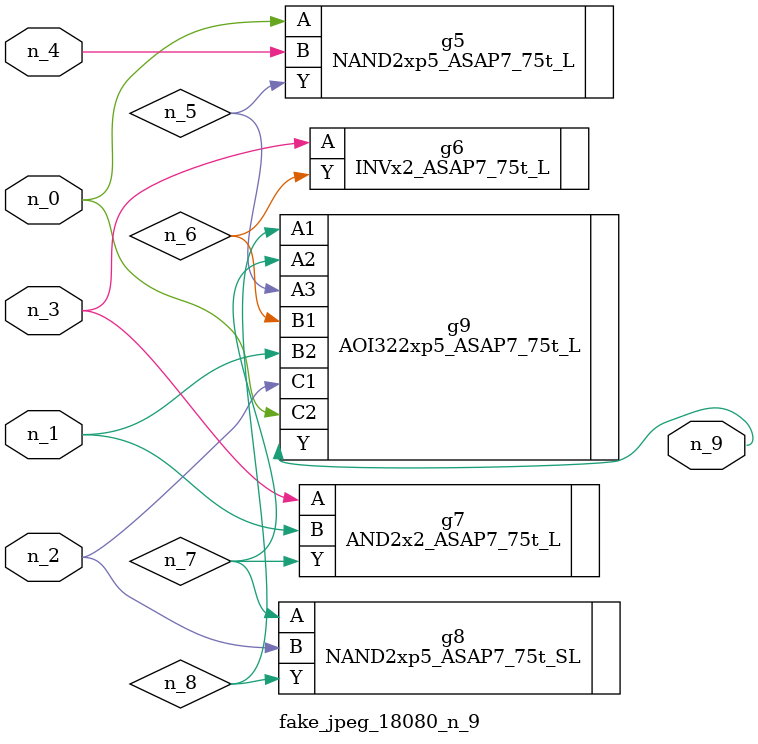
<source format=v>
module fake_jpeg_18080_n_9 (n_3, n_2, n_1, n_0, n_4, n_9);

input n_3;
input n_2;
input n_1;
input n_0;
input n_4;

output n_9;

wire n_8;
wire n_6;
wire n_5;
wire n_7;

NAND2xp5_ASAP7_75t_L g5 ( 
.A(n_0),
.B(n_4),
.Y(n_5)
);

INVx2_ASAP7_75t_L g6 ( 
.A(n_3),
.Y(n_6)
);

AND2x2_ASAP7_75t_L g7 ( 
.A(n_3),
.B(n_1),
.Y(n_7)
);

NAND2xp5_ASAP7_75t_SL g8 ( 
.A(n_7),
.B(n_2),
.Y(n_8)
);

AOI322xp5_ASAP7_75t_L g9 ( 
.A1(n_8),
.A2(n_7),
.A3(n_5),
.B1(n_6),
.B2(n_1),
.C1(n_2),
.C2(n_0),
.Y(n_9)
);


endmodule
</source>
